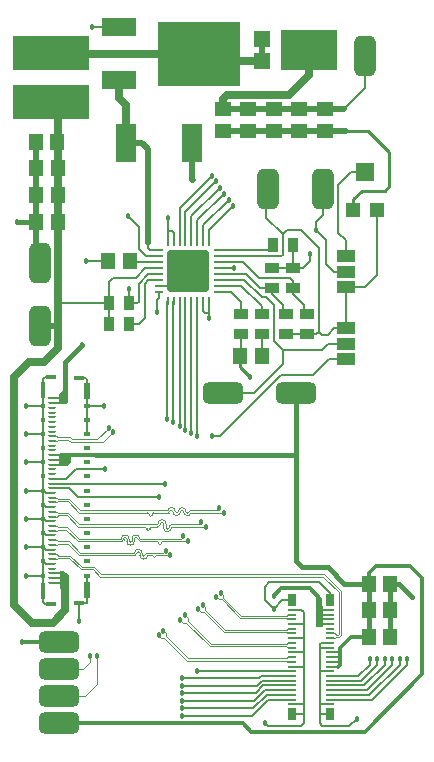
<source format=gtl>
G04*
G04 #@! TF.GenerationSoftware,Altium Limited,Altium Designer,18.0.12 (696)*
G04*
G04 Layer_Physical_Order=1*
G04 Layer_Color=255*
%FSLAX25Y25*%
%MOIN*%
G70*
G01*
G75*
%ADD14C,0.00800*%
G04:AMPARAMS|DCode=15|XSize=133.86mil|YSize=70.87mil|CornerRadius=17.72mil|HoleSize=0mil|Usage=FLASHONLY|Rotation=180.000|XOffset=0mil|YOffset=0mil|HoleType=Round|Shape=RoundedRectangle|*
%AMROUNDEDRECTD15*
21,1,0.13386,0.03543,0,0,180.0*
21,1,0.09843,0.07087,0,0,180.0*
1,1,0.03543,-0.04921,0.01772*
1,1,0.03543,0.04921,0.01772*
1,1,0.03543,0.04921,-0.01772*
1,1,0.03543,-0.04921,-0.01772*
%
%ADD15ROUNDEDRECTD15*%
G04:AMPARAMS|DCode=16|XSize=7.87mil|YSize=25.2mil|CornerRadius=1.97mil|HoleSize=0mil|Usage=FLASHONLY|Rotation=270.000|XOffset=0mil|YOffset=0mil|HoleType=Round|Shape=RoundedRectangle|*
%AMROUNDEDRECTD16*
21,1,0.00787,0.02126,0,0,270.0*
21,1,0.00394,0.02520,0,0,270.0*
1,1,0.00394,-0.01063,-0.00197*
1,1,0.00394,-0.01063,0.00197*
1,1,0.00394,0.01063,0.00197*
1,1,0.00394,0.01063,-0.00197*
%
%ADD16ROUNDEDRECTD16*%
%ADD17R,0.03543X0.01575*%
%ADD18R,0.03189X0.01181*%
%ADD19R,0.02008X0.05512*%
%ADD20R,0.01417X0.05748*%
%ADD21R,0.02008X0.01772*%
%ADD22R,0.01417X0.01772*%
%ADD23R,0.02520X0.00787*%
%ADD24R,0.07087X0.12598*%
G04:AMPARAMS|DCode=25|XSize=133.86mil|YSize=70.87mil|CornerRadius=17.72mil|HoleSize=0mil|Usage=FLASHONLY|Rotation=270.000|XOffset=0mil|YOffset=0mil|HoleType=Round|Shape=RoundedRectangle|*
%AMROUNDEDRECTD25*
21,1,0.13386,0.03543,0,0,270.0*
21,1,0.09843,0.07087,0,0,270.0*
1,1,0.03543,-0.01772,-0.04921*
1,1,0.03543,-0.01772,0.04921*
1,1,0.03543,0.01772,0.04921*
1,1,0.03543,0.01772,-0.04921*
%
%ADD25ROUNDEDRECTD25*%
%ADD26R,0.05906X0.03937*%
%ADD27R,0.02646X0.00787*%
%ADD28R,0.03071X0.03937*%
%ADD29R,0.04528X0.05709*%
%ADD30R,0.05118X0.03347*%
%ADD31R,0.03347X0.05118*%
%ADD32R,0.05709X0.04528*%
%ADD33R,0.04724X0.04724*%
%ADD34R,0.06299X0.05906*%
%ADD35R,0.05512X0.05472*%
%ADD36R,0.19134X0.13228*%
%ADD37R,0.11800X0.06300*%
%ADD38R,0.27559X0.21463*%
%ADD39R,0.03150X0.00984*%
%ADD40R,0.00984X0.03150*%
G04:AMPARAMS|DCode=41|XSize=137.8mil|YSize=137.8mil|CornerRadius=6.89mil|HoleSize=0mil|Usage=FLASHONLY|Rotation=270.000|XOffset=0mil|YOffset=0mil|HoleType=Round|Shape=RoundedRectangle|*
%AMROUNDEDRECTD41*
21,1,0.13780,0.12402,0,0,270.0*
21,1,0.12402,0.13780,0,0,270.0*
1,1,0.01378,-0.06201,-0.06201*
1,1,0.01378,-0.06201,0.06201*
1,1,0.01378,0.06201,0.06201*
1,1,0.01378,0.06201,-0.06201*
%
%ADD41ROUNDEDRECTD41*%
%ADD42R,0.25591X0.11811*%
%ADD71C,0.00400*%
%ADD72C,0.00600*%
%ADD73C,0.01800*%
%ADD74C,0.01200*%
%ADD75C,0.02000*%
%ADD76C,0.01600*%
%ADD77C,0.02500*%
%ADD78C,0.01000*%
%ADD79C,0.03000*%
%ADD80C,0.01800*%
G36*
X123800Y217800D02*
Y214100D01*
X123000Y213300D01*
X121200D01*
X121100Y213400D01*
Y216800D01*
X122300Y218000D01*
X123600D01*
X123800Y217800D01*
D02*
G37*
G36*
X125100Y194100D02*
X123800Y192800D01*
X121100D01*
X121000Y192900D01*
Y196600D01*
X121300Y196900D01*
X125100D01*
Y194100D01*
D02*
G37*
G36*
X123800Y156600D02*
Y147100D01*
X122300D01*
Y151100D01*
X121300Y152100D01*
Y157600D01*
X122800D01*
X123800Y156600D01*
D02*
G37*
G36*
X207500Y147500D02*
X208976Y146024D01*
Y143354D01*
Y141779D01*
Y140205D01*
Y139476D01*
X208500Y139000D01*
X207000D01*
X206500Y139500D01*
Y149500D01*
X207500D01*
Y147500D01*
D02*
G37*
D14*
X159189Y252736D02*
X164110Y257657D01*
X118365Y222223D02*
X118562Y222026D01*
X217800Y106100D02*
X220200Y108500D01*
X208700Y106100D02*
X217800D01*
X207900Y106900D02*
X208700Y106100D01*
X201500Y106000D02*
X202500Y107000D01*
X190500Y106000D02*
X201500D01*
X189500Y107000D02*
X190500Y106000D01*
X157100Y208400D02*
Y247694D01*
X157220Y247814D01*
X159100Y207200D02*
Y247725D01*
X159189Y247814D01*
X161157Y205991D02*
Y247814D01*
X162000Y122000D02*
X187500D01*
X188201Y122701D01*
X198701D01*
X157220Y271000D02*
Y275300D01*
Y267500D02*
Y271000D01*
X158500D01*
X159189Y270311D01*
X169031Y244369D02*
X169708Y243692D01*
X169031Y244369D02*
Y247814D01*
X171000Y242000D02*
Y243692D01*
X169708D02*
X171000D01*
X120500Y247100D02*
X120600Y247000D01*
X167063Y202563D02*
Y247814D01*
X165094Y203705D02*
Y247814D01*
X163126Y204849D02*
Y247814D01*
X171000Y242000D02*
Y247814D01*
Y271500D02*
X179000Y279500D01*
X171000Y267500D02*
Y271500D01*
X169031Y273031D02*
X177500Y281500D01*
X169031Y267500D02*
Y273031D01*
X167063Y274563D02*
X176000Y283500D01*
X167063Y267500D02*
Y274563D01*
X165094Y276094D02*
X174500Y285500D01*
X165094Y267500D02*
Y276094D01*
X163126Y277515D02*
X173175Y287563D01*
X163126Y267500D02*
Y277515D01*
X161157Y278657D02*
X172000Y289500D01*
X161157Y267500D02*
Y278657D01*
X224500Y126500D02*
Y128500D01*
X227000Y126500D02*
Y128500D01*
X229500Y126500D02*
Y128500D01*
X232000Y126500D02*
Y128500D01*
X234500Y126500D02*
Y128500D01*
X237000Y126500D02*
Y128500D01*
X115747Y175038D02*
Y179762D01*
X204500Y261000D02*
Y263500D01*
X202346Y258846D02*
X204500Y261000D01*
X199000Y258846D02*
X202346D01*
X188626Y121126D02*
X198701D01*
X187000Y119500D02*
X188626Y121126D01*
X162000Y119500D02*
X187000D01*
X189051Y119551D02*
X198701D01*
X186500Y117000D02*
X189051Y119551D01*
X162000Y117000D02*
X186500D01*
X186049Y114500D02*
X189525Y117976D01*
X162000Y114500D02*
X186049D01*
X185749Y112000D02*
X190151Y116402D01*
X162000Y112000D02*
X185749D01*
X185449Y109500D02*
X190776Y114827D01*
X162000Y109500D02*
X185449D01*
X215957Y311543D02*
X223000Y318587D01*
Y329500D01*
X202500Y110200D02*
Y113400D01*
Y107000D02*
Y110200D01*
X207900Y110100D02*
Y113300D01*
Y106900D02*
Y110100D01*
Y113300D02*
Y124300D01*
Y132100D01*
Y133200D01*
X208424Y133724D01*
X202500Y113400D02*
Y125900D01*
Y130600D01*
Y135200D01*
Y140000D01*
Y144000D01*
X201752Y144748D02*
X202500Y144000D01*
X214375Y130575D02*
X214500Y130700D01*
X211299Y130575D02*
X214375D01*
X214400Y129000D02*
X214500Y129100D01*
X211299Y129000D02*
X214400D01*
X214425Y127425D02*
X214500Y127500D01*
X211299Y127425D02*
X214425D01*
X211299Y125850D02*
X213850D01*
X208052Y144748D02*
X211299D01*
X208027Y143173D02*
X211299D01*
X208102Y141598D02*
X211299D01*
X208000Y140024D02*
X211299D01*
X120600Y247000D02*
X137654D01*
X139002Y255500D02*
X146500D01*
X137654Y254152D02*
X139002Y255500D01*
X137654Y247000D02*
Y254152D01*
X220701Y122701D02*
X224500Y126500D01*
X211299Y122701D02*
X220701D01*
X221626Y121126D02*
X227000Y126500D01*
X211299Y121126D02*
X221626D01*
X222551Y119551D02*
X229500Y126500D01*
X211299Y119551D02*
X222551D01*
X223476Y117976D02*
X232000Y126500D01*
X211299Y117976D02*
X223476D01*
X224402Y116402D02*
X234500Y126500D01*
X211299Y116402D02*
X224402D01*
X225327Y114827D02*
X237000Y126500D01*
X211299Y114827D02*
X225327D01*
X190776D02*
X198701D01*
X190151Y116402D02*
X198701D01*
X189525Y117976D02*
X198701D01*
X132000Y339000D02*
X141106D01*
X181457Y229500D02*
X181500Y229543D01*
Y236653D01*
X130000Y261000D02*
X137457D01*
X154267Y252736D02*
X159189D01*
X144000Y276000D02*
X147500Y272500D01*
Y265000D02*
Y272500D01*
Y265000D02*
X149922Y262578D01*
X154267D01*
X115747Y179762D02*
Y184487D01*
Y170313D02*
Y175038D01*
X137654Y240000D02*
Y247000D01*
Y240000D02*
X137654Y240000D01*
X153500Y244000D02*
Y248000D01*
X154267Y248767D01*
Y250767D01*
X159189Y267500D02*
Y270311D01*
X150500Y265500D02*
Y267000D01*
Y265500D02*
X151453Y264547D01*
X154267D01*
X146500Y255500D02*
X149641Y258641D01*
X154267D01*
D15*
X121000Y107000D02*
D03*
Y134000D02*
D03*
Y116000D02*
D03*
Y125000D02*
D03*
X175500Y217000D02*
D03*
X200000D02*
D03*
D16*
X118700Y175825D02*
D03*
Y177400D02*
D03*
Y166376D02*
D03*
Y167951D02*
D03*
Y153778D02*
D03*
Y155353D02*
D03*
Y156928D02*
D03*
Y158502D02*
D03*
Y160077D02*
D03*
Y161652D02*
D03*
Y163227D02*
D03*
Y164802D02*
D03*
Y169526D02*
D03*
Y171101D02*
D03*
Y172676D02*
D03*
Y174250D02*
D03*
Y178975D02*
D03*
Y180550D02*
D03*
Y182124D02*
D03*
Y183699D02*
D03*
Y185274D02*
D03*
Y186849D02*
D03*
Y188424D02*
D03*
Y189998D02*
D03*
Y191573D02*
D03*
Y193148D02*
D03*
Y194723D02*
D03*
Y196298D02*
D03*
Y197872D02*
D03*
Y199447D02*
D03*
Y201022D02*
D03*
Y202597D02*
D03*
Y204172D02*
D03*
Y205747D02*
D03*
Y207321D02*
D03*
Y208896D02*
D03*
Y210471D02*
D03*
Y212046D02*
D03*
Y213620D02*
D03*
D17*
X127676Y222026D02*
D03*
Y146947D02*
D03*
D18*
X118405Y222223D02*
D03*
Y146750D02*
D03*
D19*
X130176Y151258D02*
D03*
Y217715D02*
D03*
D20*
X115747Y217971D02*
D03*
Y151002D02*
D03*
D21*
X130176Y208109D02*
D03*
Y212833D02*
D03*
Y193935D02*
D03*
Y198660D02*
D03*
Y203384D02*
D03*
Y175038D02*
D03*
Y179762D02*
D03*
Y189211D02*
D03*
Y184487D02*
D03*
Y165589D02*
D03*
Y170313D02*
D03*
Y160865D02*
D03*
Y156140D02*
D03*
D22*
X115747Y160865D02*
D03*
Y156140D02*
D03*
Y175038D02*
D03*
Y179762D02*
D03*
Y170313D02*
D03*
Y165589D02*
D03*
Y193935D02*
D03*
Y189211D02*
D03*
Y184487D02*
D03*
Y203384D02*
D03*
Y198660D02*
D03*
Y208109D02*
D03*
Y212833D02*
D03*
D23*
X118700Y215195D02*
D03*
D24*
X165424Y300300D02*
D03*
X143376D02*
D03*
D25*
X209000Y285000D02*
D03*
X114500Y239500D02*
D03*
Y260500D02*
D03*
X190500Y285000D02*
D03*
X223000Y329500D02*
D03*
D26*
X216500Y262618D02*
D03*
Y252382D02*
D03*
Y257500D02*
D03*
Y238618D02*
D03*
Y228382D02*
D03*
Y233500D02*
D03*
D27*
X198701Y143173D02*
D03*
Y141598D02*
D03*
Y144748D02*
D03*
Y138449D02*
D03*
Y136874D02*
D03*
Y140024D02*
D03*
Y133724D02*
D03*
Y132150D02*
D03*
Y135299D02*
D03*
Y129000D02*
D03*
Y127425D02*
D03*
Y130575D02*
D03*
Y122701D02*
D03*
Y121126D02*
D03*
Y125850D02*
D03*
Y124276D02*
D03*
Y119551D02*
D03*
Y117976D02*
D03*
Y116402D02*
D03*
Y114827D02*
D03*
Y113252D02*
D03*
X211299Y144748D02*
D03*
Y143173D02*
D03*
Y140024D02*
D03*
Y138449D02*
D03*
Y141598D02*
D03*
Y135299D02*
D03*
Y133724D02*
D03*
Y136874D02*
D03*
Y130575D02*
D03*
Y129000D02*
D03*
Y132150D02*
D03*
Y125850D02*
D03*
Y124276D02*
D03*
Y127425D02*
D03*
Y122701D02*
D03*
Y121126D02*
D03*
Y117976D02*
D03*
Y116402D02*
D03*
Y119551D02*
D03*
Y114827D02*
D03*
Y113252D02*
D03*
D28*
X198701Y147898D02*
D03*
Y110102D02*
D03*
X211299Y147898D02*
D03*
Y110102D02*
D03*
D29*
X224157Y135800D02*
D03*
X231243D02*
D03*
X224257Y144600D02*
D03*
X231343D02*
D03*
X224257Y153300D02*
D03*
X231343D02*
D03*
X188543Y229500D02*
D03*
X181457D02*
D03*
X144543Y261000D02*
D03*
X137457D02*
D03*
X120343Y300800D02*
D03*
X113257D02*
D03*
X120543Y292000D02*
D03*
X113457D02*
D03*
X120543Y283000D02*
D03*
X113457D02*
D03*
X120543Y274000D02*
D03*
X113457D02*
D03*
D30*
X203500Y236653D02*
D03*
Y243347D02*
D03*
X196500Y236653D02*
D03*
Y243347D02*
D03*
X188500Y243347D02*
D03*
Y236653D02*
D03*
X181500Y243347D02*
D03*
Y236653D02*
D03*
X192000Y252153D02*
D03*
Y258846D02*
D03*
X199000Y252153D02*
D03*
Y258846D02*
D03*
D31*
X192154Y266500D02*
D03*
X198846D02*
D03*
X137654Y247000D02*
D03*
X144346D02*
D03*
X144346Y240000D02*
D03*
X137654D02*
D03*
D32*
X209500Y311543D02*
D03*
Y304457D02*
D03*
X201000Y311543D02*
D03*
Y304457D02*
D03*
X192500Y311543D02*
D03*
Y304457D02*
D03*
X184000Y311543D02*
D03*
Y304457D02*
D03*
X175500Y311543D02*
D03*
Y304457D02*
D03*
D33*
X226937Y277913D02*
D03*
X219063D02*
D03*
D34*
X223000Y290709D02*
D03*
D35*
X188500Y335000D02*
D03*
Y327756D02*
D03*
D36*
X204177Y331378D02*
D03*
D37*
X141106Y339000D02*
D03*
Y321400D02*
D03*
D38*
X167800Y330100D02*
D03*
D39*
X173953Y264547D02*
D03*
Y262578D02*
D03*
Y260610D02*
D03*
Y258641D02*
D03*
Y256673D02*
D03*
Y254704D02*
D03*
Y252736D02*
D03*
Y250767D02*
D03*
X154267D02*
D03*
Y252736D02*
D03*
Y254704D02*
D03*
Y256673D02*
D03*
Y258641D02*
D03*
Y260610D02*
D03*
Y262578D02*
D03*
Y264547D02*
D03*
D40*
X171000Y247814D02*
D03*
X169031D02*
D03*
X163126D02*
D03*
X157220Y267500D02*
D03*
X159189D02*
D03*
X161157D02*
D03*
X163126D02*
D03*
X165094D02*
D03*
X167063D02*
D03*
X169031D02*
D03*
X171000D02*
D03*
X161157Y247814D02*
D03*
X159189D02*
D03*
X157220D02*
D03*
X165094D02*
D03*
X167063D02*
D03*
D41*
X164110Y257657D02*
D03*
D42*
X118185Y330212D02*
D03*
Y313874D02*
D03*
D71*
X152200Y162678D02*
G03*
X151978Y162900I-222J0D01*
G01*
X152200Y162678D02*
G03*
X152700Y162178I500J0D01*
G01*
D02*
G03*
X153200Y162678I0J500D01*
G01*
X153422Y162900D02*
G03*
X153200Y162678I0J-222D01*
G01*
X155600Y167600D02*
G03*
X155100Y167100I0J-500D01*
G01*
X154600Y166378D02*
G03*
X155100Y166878I0J500D01*
G01*
X154100D02*
G03*
X154600Y166378I500J0D01*
G01*
X154100Y167100D02*
G03*
X153600Y167600I-500J0D01*
G01*
X150200Y171900D02*
G03*
X149700Y172400I-500J0D01*
G01*
X150200Y171578D02*
G03*
X150700Y171078I500J0D01*
G01*
D02*
G03*
X151200Y171578I0J500D01*
G01*
X151700Y172400D02*
G03*
X151200Y171900I0J-500D01*
G01*
X150900Y176600D02*
G03*
X150400Y177100I-500J0D01*
G01*
X150900Y176278D02*
G03*
X151400Y175778I500J0D01*
G01*
D02*
G03*
X151900Y176278I0J500D01*
G01*
X152400Y177100D02*
G03*
X151900Y176600I0J-500D01*
G01*
X150422Y163700D02*
G03*
X149700Y162978I0J-722D01*
G01*
X148700D02*
G03*
X149700Y162978I500J0D01*
G01*
X148700Y163622D02*
G03*
X146102Y163700I-1300J0D01*
G01*
X147900Y162978D02*
G03*
X150498Y162900I1300J0D01*
G01*
X147900Y163622D02*
G03*
X146900Y163622I-500J0D01*
G01*
X146178Y162900D02*
G03*
X146900Y163622I0J722D01*
G01*
X147900Y168422D02*
G03*
X145300Y168422I-1300J0D01*
G01*
X144300Y167578D02*
G03*
X145300Y167578I500J0D01*
G01*
X144300Y168422D02*
G03*
X141700Y168422I-1300J0D01*
G01*
X147100D02*
G03*
X147922Y167600I822J0D01*
G01*
X147100Y168422D02*
G03*
X146100Y168422I-500J0D01*
G01*
X143500Y167578D02*
G03*
X146100Y167578I1300J0D01*
G01*
X143500Y168422D02*
G03*
X142500Y168422I-500J0D01*
G01*
X142000Y167600D02*
G03*
X142500Y168100I0J500D01*
G01*
X158722Y173200D02*
G03*
X157600Y172078I0J-1122D01*
G01*
X156600D02*
G03*
X157600Y172078I500J0D01*
G01*
X156600Y173522D02*
G03*
X154000Y173522I-1300J0D01*
G01*
X153700Y173200D02*
G03*
X154000Y173500I0J300D01*
G01*
X158722Y172400D02*
G03*
X158400Y172078I0J-322D01*
G01*
X155800D02*
G03*
X158400Y172078I1300J0D01*
G01*
X155800Y173522D02*
G03*
X154800Y173522I-500J0D01*
G01*
X153700Y172400D02*
G03*
X154800Y173500I0J1100D01*
G01*
X164700Y177900D02*
G03*
X164300Y177489I0J-400D01*
G01*
X163300Y177478D02*
G03*
X164300Y177478I500J0D01*
G01*
X163300Y177522D02*
G03*
X160700Y177522I-1300J0D01*
G01*
X159700Y177478D02*
G03*
X160700Y177478I500J0D01*
G01*
X159700Y177522D02*
G03*
X157156Y177900I-1300J0D01*
G01*
X162500Y177478D02*
G03*
X165044Y177100I1300J0D01*
G01*
X162500Y177522D02*
G03*
X161500Y177522I-500J0D01*
G01*
X158900Y177478D02*
G03*
X161500Y177478I1300J0D01*
G01*
X158900Y177522D02*
G03*
X157900Y177522I-500J0D01*
G01*
X157500Y177100D02*
G03*
X157900Y177500I0J400D01*
G01*
X209434Y155434D02*
X214200Y150669D01*
Y136687D02*
Y150669D01*
X211299Y136874D02*
X212822D01*
X214000Y136487D02*
X214200Y136687D01*
X213209Y136487D02*
X214000D01*
X212822Y136874D02*
X213209Y136487D01*
X120160Y161652D02*
X120547Y162039D01*
X124429D01*
X118700Y161652D02*
X120160D01*
X124429Y162039D02*
X128269Y158200D01*
X132300D01*
X209434Y156566D02*
X215000Y151000D01*
Y136355D02*
Y151000D01*
X213210Y135687D02*
X214331D01*
X215000Y136355D01*
X212822Y135299D02*
X213210Y135687D01*
X211299Y135299D02*
X212822D01*
X120160Y163227D02*
X120547Y162839D01*
X124761D01*
X118700Y163227D02*
X120160D01*
X132631Y159000D02*
X135066Y156566D01*
X124761Y162839D02*
X128600Y159000D01*
X132631D01*
X209434Y155434D02*
X209434D01*
X209103Y155766D02*
X209434Y155434D01*
X134734Y155766D02*
X209103D01*
X132300Y158200D02*
X134734Y155766D01*
X135066Y156566D02*
X209434D01*
X133600Y120100D02*
Y129500D01*
X129500Y116000D02*
X133600Y120100D01*
X121000Y116000D02*
X129500D01*
X121000Y125000D02*
X129000D01*
X131400Y127400D01*
Y129500D01*
X120547Y201409D02*
X124091D01*
X124900Y200600D01*
X120160Y201022D02*
X120547Y201409D01*
X118700Y201022D02*
X120160D01*
X120347Y202409D02*
X124505D01*
X125314Y201600D01*
X120160Y202597D02*
X120347Y202409D01*
X118700Y202597D02*
X120160D01*
X135711Y200600D02*
X139056Y203944D01*
X124900Y200600D02*
X135711D01*
X133600Y201600D02*
X137500Y205500D01*
X125314Y201600D02*
X133600D01*
X163666Y127813D02*
X196791D01*
X163997Y128613D02*
X196791D01*
X155700Y162900D02*
X158011D01*
X153700D02*
X155700D01*
X150498D02*
X151500D01*
X151978D01*
X153422D02*
X153700D01*
X161564Y167600D02*
X163900D01*
X156700D02*
X161564D01*
X150800D02*
X152600D01*
X156100D02*
X156700D01*
X155600D02*
X156100D01*
X155100Y166878D02*
Y167100D01*
X154100Y166878D02*
Y167100D01*
X153100Y167600D02*
X153600D01*
X152600D02*
X153100D01*
X147922D02*
X150800D01*
X151700Y172400D02*
X153700D01*
X127300D02*
X149600D01*
X149700D01*
X150200Y171578D02*
Y171900D01*
X151200Y171578D02*
Y171900D01*
X123487Y176213D02*
X127300Y172400D01*
X120547Y176213D02*
X123487D01*
X120160Y175825D02*
X120547Y176213D01*
X152400Y177100D02*
X157500D01*
X127700D02*
X149500D01*
X149900D01*
X150400D01*
X150900Y176278D02*
Y176600D01*
X151900Y176278D02*
Y176600D01*
X123863Y180937D02*
X127700Y177100D01*
X120547Y180937D02*
X123863D01*
X120160Y180550D02*
X120547Y180937D01*
X150422Y163700D02*
X155700D01*
X148700Y162978D02*
Y163622D01*
X128031Y163700D02*
X146102D01*
X147900Y162978D02*
Y163622D01*
X127700Y162900D02*
X146178D01*
X124168Y167564D02*
X128031Y163700D01*
X123836Y166764D02*
X127700Y162900D01*
X120547Y167564D02*
X124168D01*
X120547Y166764D02*
X123836D01*
X120160Y166376D02*
X120547Y166764D01*
X155700Y163700D02*
X156500Y164500D01*
X120160Y167951D02*
X120547Y167564D01*
X150800Y168400D02*
X161564D01*
X147922D02*
X150800D01*
X145300Y167578D02*
Y168422D01*
X144300Y167578D02*
Y168422D01*
X127531Y168400D02*
X141700D01*
X146100Y167578D02*
Y168422D01*
X143500Y167578D02*
Y168422D01*
X142500Y168100D02*
Y168422D01*
X127200Y167600D02*
X142000D01*
X123643Y172288D02*
X127531Y168400D01*
X123312Y171488D02*
X127200Y167600D01*
X120547Y172288D02*
X123643D01*
X120547Y171488D02*
X123312D01*
X161564Y168400D02*
X162389Y169225D01*
X120160Y172676D02*
X120547Y172288D01*
X120160Y171101D02*
X120547Y171488D01*
X158722Y173200D02*
X167700D01*
X156600Y172078D02*
Y173522D01*
X127631Y173200D02*
X153700D01*
X158722Y172400D02*
X167700D01*
X155800Y172078D02*
Y173522D01*
X123819Y177013D02*
X127631Y173200D01*
X120547Y177013D02*
X123819D01*
X167700Y172400D02*
X170011D01*
X120160Y177400D02*
X120547Y177013D01*
X164700Y177900D02*
X173589D01*
X128031D02*
X157156D01*
X165044Y177100D02*
X173589D01*
X124194Y181737D02*
X128031Y177900D01*
X120547Y181737D02*
X124194D01*
X173589Y177100D02*
X175900D01*
X120160Y182124D02*
X120547Y181737D01*
X118700Y167951D02*
X120160D01*
X196791Y127813D02*
X197178Y127425D01*
X198701D01*
X154244Y136244D02*
X154989Y135500D01*
X155979D01*
X163666Y127813D01*
X118700Y166376D02*
X120160D01*
X158011Y162900D02*
X158056Y162944D01*
X196791Y128613D02*
X197178Y129000D01*
X198701D01*
X156600Y136010D02*
X163997Y128613D01*
X156600Y136010D02*
Y137000D01*
X155800Y137800D02*
X156600Y137000D01*
X162389Y140500D02*
X163379D01*
X161444Y141444D02*
X162389Y140500D01*
X196791Y132537D02*
X197178Y132150D01*
X198701D01*
X163379Y140500D02*
X171342Y132537D01*
X196791D01*
X118700Y172676D02*
X120160D01*
X163900Y167600D02*
Y167625D01*
X163000Y143000D02*
X164000Y142000D01*
X163900Y167100D02*
Y167600D01*
X197178Y133724D02*
X198701D01*
X196791Y133337D02*
X197178Y133724D01*
X164000Y141010D02*
X171673Y133337D01*
X164000Y141010D02*
Y142000D01*
X171673Y133337D02*
X196791D01*
X118700Y171101D02*
X120160D01*
X169000Y146500D02*
X169800Y145700D01*
X197178Y138449D02*
X198701D01*
X169800Y144710D02*
Y145700D01*
X196791Y138061D02*
X197178Y138449D01*
X169800Y144710D02*
X176449Y138061D01*
X196791D01*
X118700Y175825D02*
X120160D01*
X167700Y173200D02*
X168456Y173956D01*
X168289Y144100D02*
X169279D01*
X196791Y137261D02*
X197178Y136874D01*
X198701D01*
X169279Y144100D02*
X176117Y137261D01*
X196791D01*
X118700Y177400D02*
X120160D01*
X167444Y144944D02*
X168289Y144100D01*
X175561Y177439D02*
X175900Y177100D01*
X175800Y148710D02*
Y149700D01*
X175000Y150500D02*
X175800Y149700D01*
X197178Y143173D02*
X198701D01*
X196791Y142786D02*
X197178Y143173D01*
X175800Y148710D02*
X181724Y142786D01*
X196791D01*
X118700Y180550D02*
X120160D01*
X173589Y177900D02*
X174344Y178656D01*
X174189Y148200D02*
X175179D01*
X173444Y148944D02*
X174189Y148200D01*
X196791Y141986D02*
X197178Y141598D01*
X198701D01*
X175179Y148200D02*
X181393Y141986D01*
X196791D01*
X118700Y182124D02*
X120160D01*
D72*
X195500Y226600D02*
Y231500D01*
X185900Y217000D02*
X195500Y226600D01*
X175500Y217000D02*
X185900D01*
X118700Y186849D02*
X156400D01*
X194900Y223000D02*
X205500D01*
X174600Y202700D02*
X194900Y223000D01*
X172100Y202700D02*
X174600D01*
X166924Y124276D02*
X198701D01*
X127300Y182200D02*
X154200D01*
X124226Y185274D02*
X127300Y182200D01*
X126600Y191700D02*
X136100D01*
X136200Y191800D01*
X127274Y222026D02*
X127696Y221604D01*
X115747Y212760D02*
X115847D01*
X189500Y148000D02*
X192500Y145000D01*
X189500Y148000D02*
Y152500D01*
X195398Y147898D02*
X198701D01*
X192500Y145000D02*
X195398Y147898D01*
X189500Y152500D02*
X191000Y154000D01*
X207500D01*
X211299Y150201D01*
Y147898D02*
Y150201D01*
X121795Y215195D02*
X123000Y216400D01*
X118700Y215195D02*
X121795D01*
X122120Y213620D02*
X123000Y214500D01*
X118700Y213620D02*
X122120D01*
X130176Y147176D02*
Y151258D01*
X129947Y146947D02*
X130176Y147176D01*
X127676Y146947D02*
X129947D01*
X127676Y141187D02*
Y146947D01*
X130176Y212833D02*
X135937D01*
X109987Y156140D02*
X115747D01*
X109987Y212833D02*
X115747D01*
X109987Y203384D02*
X115747D01*
X109987Y193935D02*
X115747D01*
X109987Y165589D02*
X115747D01*
X109987Y175038D02*
X115747D01*
X109987Y184487D02*
X115747D01*
X118700Y193148D02*
X122148D01*
X118700Y194723D02*
X122123D01*
X118700Y196298D02*
X124200D01*
X130176Y217715D02*
Y221624D01*
X129774Y222026D02*
X130176Y221624D01*
X127676Y222026D02*
X129774D01*
X130176Y212833D02*
Y217715D01*
Y208109D02*
Y212833D01*
Y203384D02*
Y208109D01*
X115747Y184487D02*
X116535Y183699D01*
X118700D01*
X115747Y160865D02*
X116535Y160077D01*
X118700D01*
X115747Y165589D02*
X116535Y164802D01*
X118700D01*
X115747Y170313D02*
X116535Y169526D01*
X118700D01*
X115747Y175038D02*
X116535Y174250D01*
X118700D01*
X115747Y179762D02*
X116535Y178975D01*
X118700D01*
Y153778D02*
X122478D01*
X118700Y155353D02*
X122053D01*
X118700Y156928D02*
X121973D01*
X115747Y198660D02*
Y203384D01*
X123324Y188424D02*
X126600Y191700D01*
X118700Y188424D02*
X123324D01*
X118700Y185274D02*
X124226D01*
X115747Y160865D02*
Y165589D01*
X195500Y270000D02*
X197000Y271500D01*
X190000Y275500D02*
Y285500D01*
Y275500D02*
X195500Y270000D01*
X209000Y285000D02*
Y286000D01*
Y276500D02*
Y285000D01*
X206500Y274000D02*
X209000Y276500D01*
X206500Y271500D02*
Y274000D01*
X115747Y212760D02*
Y212833D01*
Y208109D02*
Y212760D01*
X205500Y223000D02*
X211000Y228500D01*
X202402Y110102D02*
X202500Y110200D01*
X198701Y110102D02*
X202402D01*
X207900Y110100D02*
X207902Y110102D01*
X211299D01*
X207900Y113300D02*
X207948Y113252D01*
X211299D01*
X207900Y124300D02*
X207924Y124276D01*
X211299D01*
X207900Y132100D02*
X207950Y132150D01*
X211299D01*
X208424Y133724D02*
X211299D01*
X202352Y113252D02*
X202500Y113400D01*
X198701Y113252D02*
X202352D01*
X202450Y125850D02*
X202500Y125900D01*
X198701Y125850D02*
X202450D01*
X202475Y130575D02*
X202500Y130600D01*
X198701Y130575D02*
X202475D01*
X202401Y135299D02*
X202500Y135200D01*
X198701Y135299D02*
X202401D01*
X202476Y140024D02*
X202500Y140000D01*
X198701Y140024D02*
X202476D01*
X198701Y144748D02*
X201752D01*
X216382Y228500D02*
X216500Y228382D01*
X211000Y228500D02*
X216382D01*
X218209Y290709D02*
X223000D01*
X214000Y286500D02*
X218209Y290709D01*
X214000Y270500D02*
Y286500D01*
Y270500D02*
X216500Y268000D01*
Y262618D02*
Y268000D01*
Y252382D02*
X222882D01*
X226937Y256437D01*
Y277913D01*
X212618Y238618D02*
X216500D01*
X210500Y236500D02*
X212618Y238618D01*
X208500Y236500D02*
X210500D01*
X207500Y237500D02*
X208500Y236500D01*
X216500Y238618D02*
Y252382D01*
X192500Y234500D02*
X195500Y231500D01*
X208500D01*
X210500Y233500D01*
X216500D01*
X212500Y257500D02*
X216500D01*
X210000Y260000D02*
X212500Y257500D01*
X210000Y260000D02*
Y268000D01*
X206500Y271500D02*
X210000Y268000D01*
X201500Y271500D02*
X207500Y265500D01*
Y237500D02*
Y265500D01*
X206653Y236653D02*
X207500Y237500D01*
X197000Y271500D02*
X201500D01*
X195500Y263000D02*
Y270000D01*
X203500Y236653D02*
X206653D01*
X196500D02*
X203500D01*
X195500D02*
X196500D01*
X115747Y203384D02*
Y208109D01*
Y193935D02*
Y198660D01*
Y189211D02*
Y193935D01*
Y184487D02*
Y189211D01*
X130176Y151258D02*
Y156140D01*
X116250Y146750D02*
X118405D01*
X188500Y229543D02*
X188543Y229500D01*
X188500Y229543D02*
Y236653D01*
X182390Y260610D02*
X187500Y255500D01*
X173953Y260610D02*
X182390D01*
X173953Y258641D02*
X179359D01*
X192500Y234500D02*
Y246500D01*
X190000Y249000D02*
X192500Y246500D01*
X188500Y249000D02*
X190000D01*
X182796Y254704D02*
X188500Y249000D01*
X173953Y254704D02*
X182796D01*
X195078Y262578D02*
X195500Y263000D01*
X173953Y262578D02*
X195078D01*
X199000Y250000D02*
X202500Y246500D01*
X144346Y247000D02*
Y251654D01*
Y247000D02*
X147000D01*
X147500Y247500D01*
Y253500D01*
X150673Y256673D01*
X154267D01*
X198846Y259000D02*
X199000Y258846D01*
X198846Y259000D02*
Y265000D01*
X192000Y258846D02*
X199000D01*
X173953Y264547D02*
X191700D01*
X198000Y255500D02*
X199000Y254500D01*
X187500Y255500D02*
X198000D01*
X199000Y252153D02*
Y254500D01*
X173953Y256673D02*
X183327D01*
X187847Y252153D01*
X192000D01*
X202500Y243347D02*
Y246500D01*
X199000Y250000D02*
Y252153D01*
X195500Y243347D02*
Y246500D01*
X192000Y250000D02*
X195500Y246500D01*
X192000Y250000D02*
Y252153D01*
X173953Y252736D02*
X181764D01*
X188500Y246000D01*
Y243347D02*
Y246000D01*
X181500Y243347D02*
Y247500D01*
X178233Y250767D02*
X181500Y247500D01*
X173953Y250767D02*
X178233D01*
X191700Y264547D02*
X192154Y265000D01*
X144346Y240000D02*
X147500D01*
X149500Y242000D01*
Y253500D01*
X150704Y254704D01*
X154267D01*
X144543Y261000D02*
X144933Y260610D01*
X154267D01*
X115747Y147253D02*
X116250Y146750D01*
X115747Y147253D02*
Y151002D01*
Y156140D02*
Y160865D01*
Y151002D02*
Y156140D01*
Y165589D02*
Y170313D01*
Y217971D02*
Y221547D01*
X116423Y222223D01*
X118365D01*
X115747Y212833D02*
Y217971D01*
D73*
X224157Y135800D02*
Y151843D01*
X200000Y196300D02*
Y217000D01*
X133200Y196300D02*
X200000D01*
Y161000D02*
X202000Y159000D01*
X210500D01*
X216000Y153500D01*
X224057D01*
X200000Y161000D02*
Y196300D01*
X224057Y153500D02*
X224257Y153300D01*
D74*
Y157157D01*
X226600Y159500D01*
X237900D01*
X242000Y155400D01*
Y123200D02*
Y155400D01*
X222900Y104100D02*
X242000Y123200D01*
X185100Y104100D02*
X222900D01*
X182200Y107000D02*
X185100Y104100D01*
X121000Y107000D02*
X182200D01*
X192500Y149500D02*
X195000Y152000D01*
X204500D01*
X208000Y148500D01*
X108500Y134000D02*
X121000D01*
X218300Y135800D02*
X224157D01*
X214500Y132000D02*
X218300Y135800D01*
X214500Y130700D02*
Y132000D01*
X124200Y196300D02*
X133200D01*
X208000Y145500D02*
Y148500D01*
X214500Y129100D02*
Y130700D01*
Y127500D02*
Y129100D01*
Y126500D02*
Y127500D01*
X213850Y125850D02*
X214500Y126500D01*
D75*
X113257Y274000D02*
Y300800D01*
Y261743D02*
Y274000D01*
X114500Y239500D02*
X120500D01*
X113257Y261743D02*
X114500Y260500D01*
X165424Y288076D02*
X165500Y288000D01*
X165424Y288076D02*
Y297076D01*
X184000Y304457D02*
X192500D01*
X209500D02*
X216543D01*
X201000D02*
X209500D01*
X192500D02*
X201000D01*
X175500D02*
X184000D01*
X209500Y311543D02*
X215957D01*
X148700Y300300D02*
X150500Y298500D01*
Y267000D02*
Y298500D01*
X143376Y300300D02*
X148700D01*
X201000Y311543D02*
X209500D01*
X192500D02*
X201000D01*
X184000D02*
X192500D01*
X175500D02*
X184000D01*
X188500Y327756D02*
Y335000D01*
X167800Y330100D02*
X170144Y327756D01*
D76*
X234300Y153300D02*
X238600Y149000D01*
X231343Y153300D02*
X234300D01*
X123000Y214500D02*
Y216400D01*
Y217000D02*
Y227500D01*
X128500Y233000D01*
X113257Y274000D02*
X113257Y274000D01*
X107000Y274000D02*
X113257D01*
X231343Y144600D02*
Y153300D01*
Y135900D02*
Y144600D01*
D77*
X106000Y146500D02*
Y222500D01*
Y146500D02*
X112000Y140500D01*
X106000Y222500D02*
X111000Y227500D01*
X120500Y292000D02*
Y314000D01*
Y247100D02*
Y292000D01*
X119000Y140500D02*
X123050Y144550D01*
X112000Y140500D02*
X119000D01*
X116000Y227500D02*
X120500Y232000D01*
X111000Y227500D02*
X116000D01*
X120500Y239500D02*
Y247100D01*
Y232000D02*
Y239500D01*
X123050Y144550D02*
Y155600D01*
X143376Y300300D02*
Y313124D01*
X141106Y315394D02*
X143376Y313124D01*
X141106Y315394D02*
Y321400D01*
X129600Y330100D02*
X167800D01*
X175500Y311543D02*
Y315000D01*
X177000Y316500D01*
X197500D01*
X204177Y323177D01*
Y331378D01*
X170144Y327756D02*
X188500D01*
D78*
X181457Y225543D02*
X184500Y222500D01*
X181457Y225543D02*
Y229500D01*
X216543Y304457D02*
X224043D01*
X231000Y297500D01*
Y286000D02*
Y297500D01*
X229500Y284500D02*
X231000Y286000D01*
X222000Y284500D02*
X229500D01*
X219063Y281563D02*
X222000Y284500D01*
X219063Y277913D02*
Y281563D01*
X231243Y135800D02*
X231343Y135900D01*
D79*
X165424Y297076D02*
Y300300D01*
D80*
X156400Y186800D02*
D03*
X166924Y124276D02*
D03*
X154200Y182200D02*
D03*
X136200Y191800D02*
D03*
X238600Y149000D02*
D03*
X157100Y208400D02*
D03*
X159100Y207200D02*
D03*
X165094Y203705D02*
D03*
X192500Y145000D02*
D03*
X157220Y275300D02*
D03*
X128500Y233000D02*
D03*
X127676Y141187D02*
D03*
X135937Y212833D02*
D03*
X109987Y156140D02*
D03*
Y212833D02*
D03*
Y203384D02*
D03*
Y193935D02*
D03*
Y165589D02*
D03*
Y175038D02*
D03*
Y184487D02*
D03*
X108500Y134000D02*
D03*
X133600Y129500D02*
D03*
X131400D02*
D03*
X139056Y203944D02*
D03*
X137500Y205500D02*
D03*
X154244Y136244D02*
D03*
X156500Y164500D02*
D03*
X155800Y137800D02*
D03*
X158056Y162944D02*
D03*
X162389Y169225D02*
D03*
X161444Y141444D02*
D03*
X163900Y167625D02*
D03*
X163000Y143000D02*
D03*
X170011Y172400D02*
D03*
X169000Y146500D02*
D03*
X168456Y173956D02*
D03*
X167444Y144944D02*
D03*
X175900Y177100D02*
D03*
X175000Y150500D02*
D03*
X174344Y178656D02*
D03*
X173444Y148944D02*
D03*
X163126Y204849D02*
D03*
X167063Y202563D02*
D03*
X161157Y205991D02*
D03*
X107000Y274000D02*
D03*
X192500Y149500D02*
D03*
X171000Y242000D02*
D03*
X179000Y279500D02*
D03*
X177500Y281500D02*
D03*
X176000Y283500D02*
D03*
X174500Y285500D02*
D03*
X173175Y287563D02*
D03*
X172000Y289500D02*
D03*
X224500Y128500D02*
D03*
X227000D02*
D03*
X229500D02*
D03*
X232000D02*
D03*
X234500D02*
D03*
X237000D02*
D03*
X165500Y288000D02*
D03*
X204500Y263500D02*
D03*
X172100Y202700D02*
D03*
X162000Y122000D02*
D03*
Y119500D02*
D03*
Y117000D02*
D03*
Y114500D02*
D03*
Y112000D02*
D03*
Y109500D02*
D03*
X220200Y108500D02*
D03*
X189500Y107000D02*
D03*
X184500Y222500D02*
D03*
X206500Y271500D02*
D03*
X132000Y339000D02*
D03*
X168500Y262000D02*
D03*
X159500D02*
D03*
Y253000D02*
D03*
X168500D02*
D03*
X216543Y304457D02*
D03*
X130000Y261000D02*
D03*
X179359Y258641D02*
D03*
X144000Y276000D02*
D03*
X153500Y244000D02*
D03*
X215957Y311543D02*
D03*
X144346Y251654D02*
D03*
M02*

</source>
